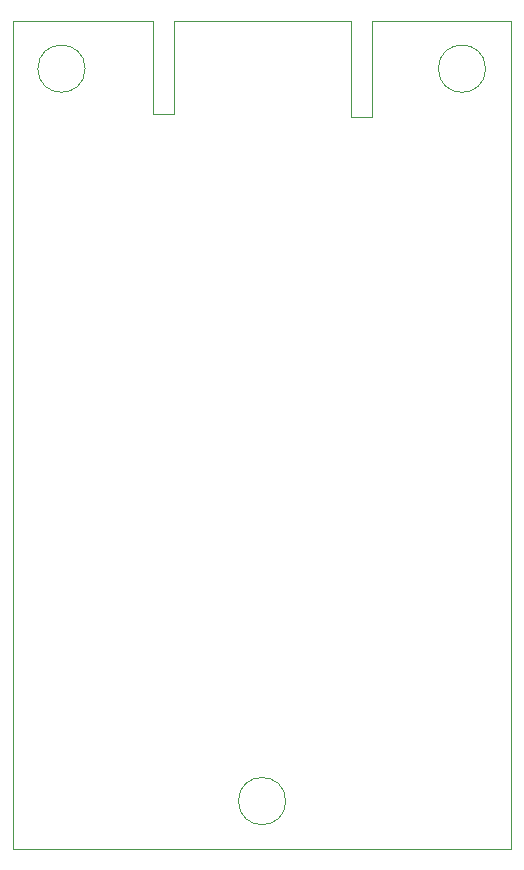
<source format=gm1>
G04 #@! TF.GenerationSoftware,KiCad,Pcbnew,6.0.10*
G04 #@! TF.CreationDate,2023-07-05T17:22:54-05:00*
G04 #@! TF.ProjectId,display_board,64697370-6c61-4795-9f62-6f6172642e6b,rev?*
G04 #@! TF.SameCoordinates,Original*
G04 #@! TF.FileFunction,Profile,NP*
%FSLAX46Y46*%
G04 Gerber Fmt 4.6, Leading zero omitted, Abs format (unit mm)*
G04 Created by KiCad (PCBNEW 6.0.10) date 2023-07-05 17:22:54*
%MOMM*%
%LPD*%
G01*
G04 APERTURE LIST*
G04 #@! TA.AperFunction,Profile*
%ADD10C,0.100000*%
G04 #@! TD*
G04 APERTURE END LIST*
D10*
X44069000Y-4064000D02*
G75*
G03*
X44069000Y-4064000I-2000000J0D01*
G01*
X27146000Y-66072000D02*
G75*
G03*
X27146000Y-66072000I-2000000J0D01*
G01*
X4064000Y-70104000D02*
X4064000Y0D01*
X46228000Y-70104000D02*
X4064000Y-70104000D01*
X17653000Y-7874000D02*
X15875000Y-7874000D01*
X15875000Y0D02*
X4064000Y0D01*
X15875000Y-7874000D02*
X15875000Y0D01*
X17653000Y0D02*
X17653000Y-7874000D01*
X34417000Y-8128000D02*
X32639000Y-8128000D01*
X34417000Y0D02*
X34417000Y-8128000D01*
X10160000Y-4064000D02*
G75*
G03*
X10160000Y-4064000I-2000000J0D01*
G01*
X46228000Y0D02*
X46228000Y-70104000D01*
X46228000Y0D02*
X34417000Y0D01*
X32639000Y-8128000D02*
X32639000Y0D01*
X32639000Y0D02*
X17653000Y0D01*
M02*

</source>
